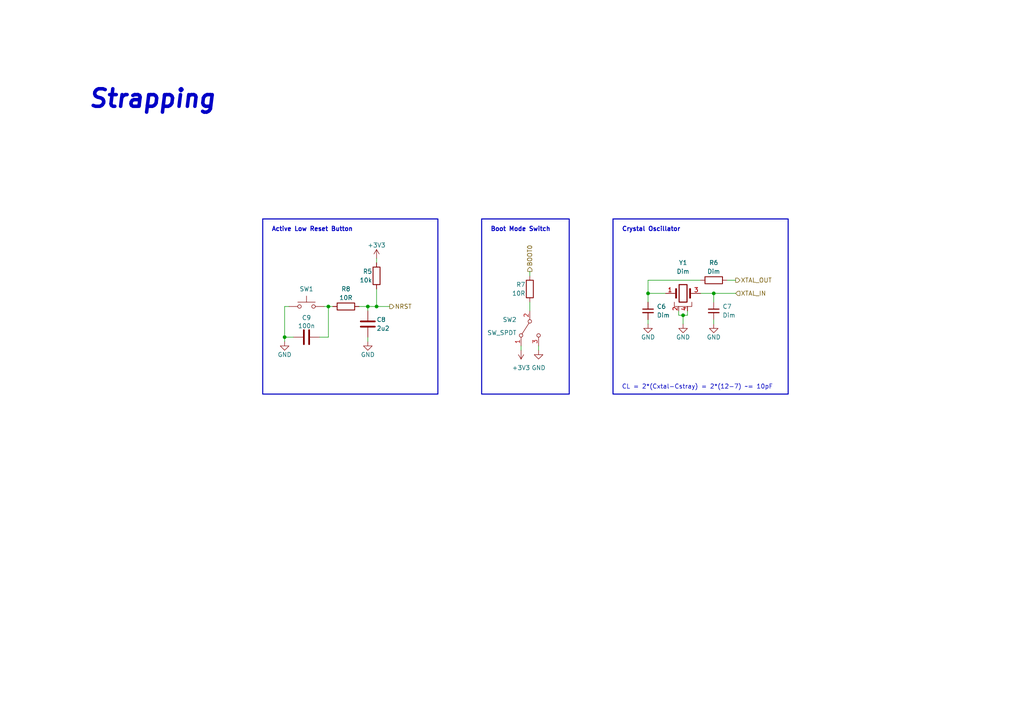
<source format=kicad_sch>
(kicad_sch (version 20230121) (generator eeschema)
  (paper "A4")
  (lib_symbols
    (symbol "Device:C" (pin_numbers hide) (pin_names (offset 0.254))
      (property "Reference" "C" (at 0.635 2.54 0))
      (property "Value" "C" (at 0.635 -2.54 0))
      (symbol "C_0_1"
        (polyline (pts (xy -2.032 -0.762) (xy 2.032 -0.762)) (stroke (width 0.508)))
        (polyline (pts (xy -2.032 0.762) (xy 2.032 0.762)) (stroke (width 0.508)))
      )
      (symbol "C_1_1"
        (pin passive line (at 0 3.81 270) (length 2.794) (name "~") (number "1"))
        (pin passive line (at 0 -3.81 90) (length 2.794) (name "~") (number "2"))
      )
    )
    (symbol "Device:C_Small" (pin_numbers hide) (pin_names (offset 0.254) hide)
      (property "Reference" "C" (at 0.254 1.778 0))
      (property "Value" "C_Small" (at 0.254 -2.032 0))
      (symbol "C_Small_0_1"
        (polyline (pts (xy -1.524 -0.508) (xy 1.524 -0.508)) (stroke (width 0.3302)))
        (polyline (pts (xy -1.524 0.508) (xy 1.524 0.508)) (stroke (width 0.3048)))
      )
      (symbol "C_Small_1_1"
        (pin passive line (at 0 2.54 270) (length 2.032) (name "~") (number "1"))
        (pin passive line (at 0 -2.54 90) (length 2.032) (name "~") (number "2"))
      )
    )
    (symbol "Device:Crystal_GND24" (pin_names (offset 1.016) hide)
      (property "Reference" "Y" (at 0 6.35 0))
      (property "Value" "Crystal_GND24" (at 0 3.81 0))
      (symbol "Crystal_GND24_0_1"
        (rectangle (start -1.143 2.54) (end 1.143 -2.54) (stroke (width 0.3048)))
        (polyline (pts (xy -2.54 0) (xy -2.032 0)))
        (polyline (pts (xy -2.032 -1.27) (xy -2.032 1.27)) (stroke (width 0.508)))
        (polyline (pts (xy 2.032 -1.27) (xy 2.032 1.27)) (stroke (width 0.508)))
        (polyline (pts (xy 2.032 0) (xy 2.54 0)))
        (polyline (pts (xy -2.54 -2.54) (xy -2.54 -3.81) (xy 2.54 -3.81) (xy 2.54 -2.54)))
      )
      (symbol "Crystal_GND24_1_1"
        (pin passive line (at -5.08 0 0) (length 2.54) (name "1") (number "1"))
        (pin passive line (at -1.27 -5.08 90) (length 1.27) (name "2") (number "2"))
        (pin passive line (at 5.08 0 180) (length 2.54) (name "3") (number "3"))
        (pin passive line (at 1.27 -5.08 90) (length 1.27) (name "4") (number "4"))
      )
    )
    (symbol "Device:R" (pin_numbers hide) (pin_names (offset 0))
      (property "Reference" "R" (at 2.032 0 90))
      (property "Value" "R" (at 0 0 90))
      (symbol "R_0_1"
        (rectangle (start -1.016 -2.54) (end 1.016 2.54) (stroke (width 0.254)))
      )
      (symbol "R_1_1"
        (pin passive line (at 0 3.81 270) (length 1.27) (name "~") (number "1"))
        (pin passive line (at 0 -3.81 90) (length 1.27) (name "~") (number "2"))
      )
    )
    (symbol "Switch:SW_Omron_B3FS" (pin_numbers hide) (pin_names (offset 1.016) hide)
      (property "Reference" "SW" (at 1.27 2.54 0))
      (property "Value" "SW_Omron_B3FS" (at 0 -1.524 0))
      (symbol "SW_Omron_B3FS_0_1"
        (circle (center -2.032 0) (radius 0.508))
        (polyline (pts (xy 0 1.27) (xy 0 3.048)))
        (polyline (pts (xy 2.54 1.27) (xy -2.54 1.27)))
        (circle (center 2.032 0) (radius 0.508))
        (pin passive line (at -5.08 0 0) (length 2.54) (name "1") (number "1"))
        (pin passive line (at 5.08 0 180) (length 2.54) (name "2") (number "2"))
      )
    )
    (symbol "Switch:SW_SPDT" (pin_names (offset 0) hide)
      (property "Reference" "SW" (at 0 4.318 0))
      (property "Value" "SW_SPDT" (at 0 -5.08 0))
      (symbol "SW_SPDT_0_0"
        (circle (center -2.032 0) (radius 0.508))
        (circle (center 2.032 -2.54) (radius 0.508))
      )
      (symbol "SW_SPDT_0_1"
        (polyline (pts (xy -1.524 0.254) (xy 1.651 2.286)))
        (circle (center 2.032 2.54) (radius 0.508))
      )
      (symbol "SW_SPDT_1_1"
        (pin passive line (at 5.08 2.54 180) (length 2.54) (name "A") (number "1"))
        (pin passive line (at -5.08 0 0) (length 2.54) (name "B") (number "2"))
        (pin passive line (at 5.08 -2.54 180) (length 2.54) (name "C") (number "3"))
      )
    )
    (symbol "power:+3V3" (power) (pin_names (offset 0))
      (property "Value" "+3V3" (at 0 3.556 0))
      (symbol "+3V3_0_1"
        (polyline (pts (xy -0.762 1.27) (xy 0 2.54)))
        (polyline (pts (xy 0 0) (xy 0 2.54)))
        (polyline (pts (xy 0 2.54) (xy 0.762 1.27)))
      )
      (symbol "+3V3_1_1"
        (pin power_in line (at 0 0 90) (length 0) hide (name "+3V3") (number "1"))
      )
    )
    (symbol "power:GND" (power) (pin_names (offset 0))
      (property "Value" "GND" (at 0 -3.81 0))
      (symbol "GND_0_1"
        (polyline (pts (xy 0 0) (xy 0 -1.27) (xy 1.27 -1.27) (xy 0 -2.54) (xy -1.27 -1.27) (xy 0 -1.27)))
      )
      (symbol "GND_1_1"
        (pin power_in line (at 0 0 270) (length 0) hide (name "GND") (number "1"))
      )
    )
  )
  (junction (at 187.96 85.09))
  (junction (at 106.68 88.9))
  (junction (at 82.55 97.79))
  (junction (at 109.22 88.9))
  (junction (at 95.25 88.9))
  (junction (at 207.01 85.09))
  (junction (at 198.12 91.44))
  (wire (pts (xy 93.98 88.9) (xy 95.25 88.9)))
  (wire (pts (xy 106.68 88.9) (xy 106.68 90.17)))
  (wire (pts (xy 210.82 81.28) (xy 213.36 81.28)))
  (wire (pts (xy 199.39 91.44) (xy 199.39 90.17)))
  (wire (pts (xy 187.96 85.09) (xy 187.96 81.28)))
  (wire (pts (xy 95.25 88.9) (xy 95.25 97.79)))
  (wire (pts (xy 92.71 97.79) (xy 95.25 97.79)))
  (wire (pts (xy 196.85 91.44) (xy 198.12 91.44)))
  (wire (pts (xy 198.12 91.44) (xy 199.39 91.44)))
  (wire (pts (xy 196.85 90.17) (xy 196.85 91.44)))
  (wire (pts (xy 151.13 101.6) (xy 151.13 100.33)))
  (wire (pts (xy 153.67 78.74) (xy 153.67 80.01)))
  (wire (pts (xy 109.22 74.93) (xy 109.22 76.2)))
  (wire (pts (xy 187.96 92.71) (xy 187.96 93.98)))
  (wire (pts (xy 156.21 101.6) (xy 156.21 100.33)))
  (wire (pts (xy 193.04 85.09) (xy 187.96 85.09)))
  (wire (pts (xy 95.25 88.9) (xy 96.52 88.9)))
  (wire (pts (xy 82.55 97.79) (xy 82.55 99.06)))
  (wire (pts (xy 109.22 88.9) (xy 113.03 88.9)))
  (wire (pts (xy 85.09 97.79) (xy 82.55 97.79)))
  (wire (pts (xy 207.01 92.71) (xy 207.01 93.98)))
  (wire (pts (xy 207.01 85.09) (xy 213.36 85.09)))
  (wire (pts (xy 104.14 88.9) (xy 106.68 88.9)))
  (wire (pts (xy 82.55 88.9) (xy 82.55 97.79)))
  (wire (pts (xy 106.68 88.9) (xy 109.22 88.9)))
  (wire (pts (xy 187.96 81.28) (xy 203.2 81.28)))
  (wire (pts (xy 153.67 90.17) (xy 153.67 87.63)))
  (wire (pts (xy 187.96 85.09) (xy 187.96 87.63)))
  (wire (pts (xy 203.2 85.09) (xy 207.01 85.09)))
  (wire (pts (xy 106.68 97.79) (xy 106.68 99.06)))
  (wire (pts (xy 109.22 83.82) (xy 109.22 88.9)))
  (wire (pts (xy 207.01 85.09) (xy 207.01 87.63)))
  (wire (pts (xy 82.55 88.9) (xy 83.82 88.9)))
  (wire (pts (xy 198.12 91.44) (xy 198.12 93.98)))
  (rectangle (start 76.2 63.5) (end 127 114.3) (stroke (width 0.3)))
  (rectangle (start 177.8 63.5) (end 228.6 114.3) (stroke (width 0.3)))
  (rectangle (start 139.7 63.5) (end 165.1 114.3) (stroke (width 0.3)))
  (text "CL = 2*(Cxtal-Cstray) = 2*(12-7) ~= 10pF\n" (at 180.34 113.03 0) (effects (font (size 1.27 1.27)) (justify left bottom)))
  (text "Active Low Reset Button" (at 78.74 67.31 0) (effects (font (size 1.27 1.27) (thickness 0.254) bold) (justify left bottom)))
  (text "Strapping" (at 25.4 31.75 0) (effects (font (size 5.08 5.08) bold italic) (justify left bottom)))
  (text "Boot Mode Switch" (at 142.24 67.31 0) (effects (font (size 1.27 1.27) (thickness 0.254) bold) (justify left bottom)))
  (text "Crystal Oscillator" (at 180.34 67.31 0) (effects (font (size 1.27 1.27) (thickness 0.254) bold) (justify left bottom)))
  (hierarchical_label "NRST" (shape output) (at 113.03 88.9 0))
  (hierarchical_label "XTAL_IN" (shape input) (at 213.36 85.09 0))
  (hierarchical_label "BOOT0" (shape output) (at 153.67 78.74 90))
  (hierarchical_label "XTAL_OUT" (shape output) (at 213.36 81.28 0))
  (symbol (lib_id "Switch:SW_Omron_B3FS") (at 88.9 88.9 0) (unit 1)
    (property "Reference" "SW1" (at 88.9 83.82 0))
    (property "Value" "SW_Panasonic_EVQPUC" (effects hide))
    (property "Footprint" "Button_Switch_THT:SW_PUSH_6mm" (effects hide))
    (property "Datasheet" "https://datasheet.lcsc.com/lcsc/2304140030_PANASONIC-EVQPUC02K_C79174.pdf" (effects hide))
    (property "LCSC Part #" "C79174" (effects hide))
    (property "Dist" "Mouser" (effects hide))
    (instances (project "SoundControl" (path "" (reference "SW1") (unit 1))) (project "STM32F4_HexGauge_V3" (path "" (reference "SW2") (unit 1)) (path "" (reference "SW1") (unit 1))))
  )
  (symbol (lib_id "power:+3V3") (at 151.13 101.6 180) (unit 1)
    (property "Reference" "#PWR019" (effects hide))
    (property "Value" "+3V3" (at 151.13 106.68 0))
    (instances (project "SoundControl" (path "" (reference "#PWR019") (unit 1))) (project "STM32F4_HexGauge_V3" (path "" (reference "#PWR01") (unit 1)) (path "" (reference "#PWR06") (unit 1))))
  )
  (symbol (lib_id "Device:C_Small") (at 207.01 90.17 0) (unit 1)
    (property "Reference" "C7" (at 209.55 88.9063 0) (effects (justify left)))
    (property "Value" "Dim" (at 209.55 91.4463 0) (effects (justify left)))
    (property "Footprint" "Capacitor_SMD:C_1206_3216Metric_Pad1.33x1.80mm_HandSolder" (effects hide))
  )
  (symbol (lib_id "power:GND") (at 156.21 101.6 0) (unit 1)
    (property "Reference" "#PWR020" (effects hide))
    (property "Value" "GND" (at 156.21 106.68 0))
    (instances (project "SoundControl" (path "" (reference "#PWR020") (unit 1))) (project "STM32F4_HexGauge_V3" (path "" (reference "#PWR012") (unit 1)) (path "" (reference "#PWR07") (unit 1))))
  )
  (symbol (lib_id "power:GND") (at 207.01 93.98 0) (unit 1)
    (property "Reference" "#PWR030" (effects hide))
    (property "Value" "GND" (at 207.01 97.79 0))
    (instances (project "SoundControl" (path "" (reference "#PWR030") (unit 1)) (path "" (reference "#PWR016") (unit 1))))
  )
  (symbol (lib_id "Device:R") (at 153.67 83.82 180) (unit 1)
    (property "Reference" "R7" (at 152.4 82.55 0) (effects (justify left)))
    (property "Value" "10R" (at 152.4 85.09 0) (effects (justify left)))
    (property "Footprint" "Resistor_SMD:R_1206_3216Metric_Pad1.30x1.75mm_HandSolder" (effects hide))
    (property "LCSC Part #" "C25077" (effects hide))
    (property "Dist" "LCSC" (effects hide))
    (instances (project "SoundControl" (path "" (reference "R7") (unit 1))) (project "STM32F4_HexGauge_V3" (path "" (reference "R1") (unit 1)) (path "" (reference "R2") (unit 1))))
  )
  (symbol (lib_id "Switch:SW_SPDT") (at 153.67 95.25 90) (mirror x) (unit 1)
    (property "Reference" "SW2" (at 149.86 92.71 90) (effects (justify left)))
    (property "Value" "SW_SPDT" (at 149.86 96.52 90) (effects (justify left)))
    (property "Footprint" "Button_Switch_SMD:SW_SPDT_PCM12" (effects hide))
    (property "Datasheet" "https://datasheet.lcsc.com/lcsc/1912111437_C-K-PCM12SMTR_C221841.pdf" (effects hide))
    (property "LCSC Part #" "C221841" (effects hide))
    (property "Dist" "Mouser" (effects hide))
  )
  (symbol (lib_id "power:GND") (at 198.12 93.98 0) (unit 1)
    (property "Reference" "#PWR030" (effects hide))
    (property "Value" "GND" (at 198.12 97.79 0))
    (instances (project "SoundControl" (path "" (reference "#PWR030") (unit 1)) (path "" (reference "#PWR015") (unit 1))))
  )
  (symbol (lib_id "power:+3V3") (at 109.22 74.93 0) (unit 1)
    (property "Reference" "#PWR013" (effects hide))
    (property "Value" "+3V3" (at 109.22 71.12 0))
    (instances (project "SoundControl" (path "" (reference "#PWR013") (unit 1))) (project "STM32F4_HexGauge_V3" (path "" (reference "#PWR044") (unit 1)) (path "" (reference "#PWR03") (unit 1))))
  )
  (symbol (lib_id "power:GND") (at 106.68 99.06 0) (unit 1)
    (property "Reference" "#PWR018" (effects hide))
    (property "Value" "GND" (at 106.68 102.87 0))
    (instances (project "SoundControl" (path "" (reference "#PWR018") (unit 1))) (project "STM32F4_HexGauge_V3" (path "" (reference "#PWR050") (unit 1)) (path "" (reference "#PWR09") (unit 1))))
  )
  (symbol (lib_id "Device:R") (at 207.01 81.28 90) (unit 1)
    (property "Reference" "R6" (at 207.01 76.2 90))
    (property "Value" "Dim" (at 207.01 78.74 90))
    (property "Footprint" "Resistor_SMD:R_1206_3216Metric_Pad1.30x1.75mm_HandSolder" (effects hide))
  )
  (symbol (lib_id "power:GND") (at 187.96 93.98 0) (unit 1)
    (property "Reference" "#PWR030" (effects hide))
    (property "Value" "GND" (at 187.96 97.79 0))
    (instances (project "SoundControl" (path "" (reference "#PWR030") (unit 1)) (path "" (reference "#PWR014") (unit 1))))
  )
  (symbol (lib_id "Device:C") (at 106.68 93.98 0) (unit 1)
    (property "Reference" "C8" (at 109.22 92.71 0) (effects (justify left)))
    (property "Value" "2u2" (at 109.22 95.25 0) (effects (justify left)))
    (property "Footprint" "Capacitor_SMD:C_1206_3216Metric_Pad1.33x1.80mm_HandSolder" (effects hide))
    (property "LCSC Part #" "C23630" (effects hide))
    (property "Dist" "LCSC" (effects hide))
    (instances (project "SoundControl" (path "" (reference "C8") (unit 1))) (project "STM32F4_HexGauge_V3" (path "" (reference "C6") (unit 1)) (path "" (reference "C8") (unit 1)) (path "" (reference "C11") (unit 1)) (path "" (reference "C27") (unit 1))))
  )
  (symbol (lib_id "Device:R") (at 109.22 80.01 0) (unit 1)
    (property "Reference" "R5" (at 107.95 78.74 0) (effects (justify right)))
    (property "Value" "10k" (at 107.95 81.28 0) (effects (justify right)))
    (property "Footprint" "Resistor_SMD:R_1206_3216Metric_Pad1.30x1.75mm_HandSolder" (effects hide))
    (property "LCSC Part #" "C25744" (effects hide))
    (property "Dist" "LCSC" (effects hide))
    (instances (project "SoundControl" (path "" (reference "R5") (unit 1))) (project "CTN" (path "" (reference "R?") (unit 1))) (project "STM32F4_HexGauge_V3" (path "" (reference "R16") (unit 1)) (path "" (reference "R1") (unit 1))) (project "FastHexGauge" (path "" (reference "R4") (unit 1)) (path "" (reference "R6") (unit 1))))
  )
  (symbol (lib_id "Device:Crystal_GND24") (at 198.12 85.09 0) (unit 1)
    (property "Reference" "Y1" (at 198.12 76.2 0))
    (property "Value" "Dim" (at 198.12 78.74 0))
    (property "Footprint" "Crystal:Crystal_SMD_TXC_7M-4Pin_3.2x2.5mm_HandSoldering" (effects hide))
    (property "Datasheet" "https://www.digikey.de/de/products/detail/shenzhen-yangxing-technology-co-ltd/XL2ED8K5OI-111YXC-50M/15965002" (effects hide))
  )
  (symbol (lib_id "Device:R") (at 100.33 88.9 270) (unit 1)
    (property "Reference" "R8" (at 100.33 83.82 90))
    (property "Value" "10R" (at 100.33 86.36 90))
    (property "Footprint" "Resistor_SMD:R_1206_3216Metric_Pad1.30x1.75mm_HandSolder" (effects hide))
    (property "LCSC Part #" "C25077" (effects hide))
    (property "Dist" "LCSC" (effects hide))
    (instances (project "SoundControl" (path "" (reference "R8") (unit 1))) (project "CTN" (path "" (reference "R?") (unit 1))) (project "STM32F4_HexGauge_V3" (path "" (reference "R17") (unit 1)) (path "" (reference "R3") (unit 1))) (project "FastHexGauge" (path "" (reference "R4") (unit 1)) (path "" (reference "R6") (unit 1))))
  )
  (symbol (lib_id "power:GND") (at 82.55 99.06 0) (unit 1)
    (property "Reference" "#PWR017" (effects hide))
    (property "Value" "GND" (at 82.55 102.87 0))
    (instances (project "SoundControl" (path "" (reference "#PWR017") (unit 1))) (project "STM32F4_HexGauge_V3" (path "" (reference "#PWR049") (unit 1)) (path "" (reference "#PWR08") (unit 1))))
  )
  (symbol (lib_id "Device:C") (at 88.9 97.79 270) (unit 1)
    (property "Reference" "C9" (at 88.9 91.44 90) (effects (justify top)))
    (property "Value" "100n" (at 88.9 95.25 90) (effects (justify bottom)))
    (property "Footprint" "Capacitor_SMD:C_1206_3216Metric_Pad1.33x1.80mm_HandSolder" (effects hide))
    (property "LCSC Part #" "C1525" (effects hide))
    (property "Dist" "LCSC" (effects hide))
    (instances (project "SoundControl" (path "" (reference "C9") (unit 1))) (project "STM32F4_HexGauge_V3" (path "" (reference "C1") (unit 1)) (path "" (reference "C9") (unit 1)) (path "" (reference "C12") (unit 1)) (path "" (reference "C28") (unit 1))))
  )
  (symbol (lib_id "Device:C_Small") (at 187.96 90.17 0) (unit 1)
    (property "Reference" "C6" (at 190.5 88.9063 0) (effects (justify left)))
    (property "Value" "Dim" (at 190.5 91.44 0) (effects (justify left)))
    (property "Footprint" "Capacitor_SMD:C_1206_3216Metric_Pad1.33x1.80mm_HandSolder" (effects hide))
  )
)
</source>
